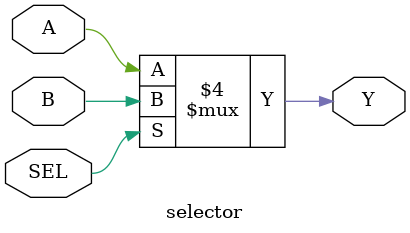
<source format=v>
module selector(A, B, SEL, Y);
  output Y;
  input A, B, SEL;
  reg Y;

  always@(A or B or SEL) 
   if (SEL == 1'b0)
      Y = A;
    else
      Y = B;
  endmodule
</source>
